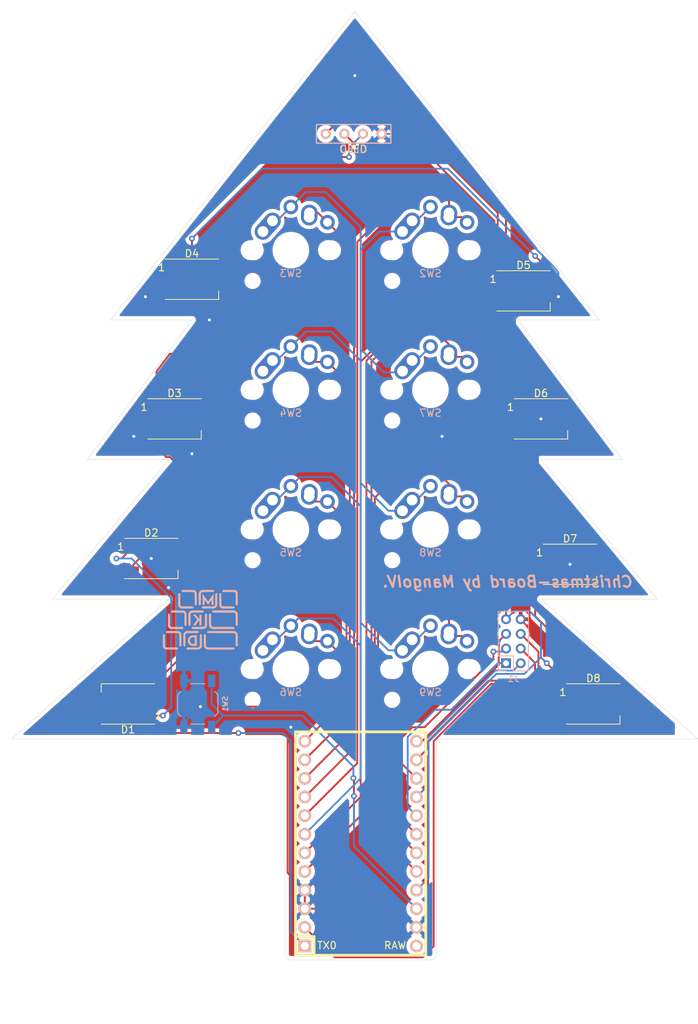
<source format=kicad_pcb>
(kicad_pcb (version 20171130) (host pcbnew 5.1.12)
  (layers (0 F.Cu signal) (31 B.Cu signal) (34 B.Paste user) (35 F.Paste user) (36 B.SilkS user) (37 F.SilkS user) (38 B.Mask user) (39 F.Mask user) (44 Edge.Cuts user))
  (net 0 "")
  (net 1 power)
  (net 2 "Net-(D1-Pad2)")
  (net 3 leds)
  (net 4 ground)
  (net 5 "Net-(D2-Pad2)")
  (net 6 "Net-(D3-Pad2)")
  (net 7 "Net-(D4-Pad2)")
  (net 8 "Net-(D5-Pad2)")
  (net 9 "Net-(D6-Pad2)")
  (net 10 rx1)
  (net 11 "Net-(J1-Pad5)")
  (net 12 "Net-(J1-Pad4)")
  (net 13 "Net-(J1-Pad3)")
  (net 14 "Net-(J1-Pad2)")
  (net 15 "Net-(J1-Pad1)")
  (net 16 scl)
  (net 17 sda)
  (net 18 reset)
  (net 19 row0)
  (net 20 col0)
  (net 21 col1)
  (net 22 col2)
  (net 23 col3)
  (net 24 col4)
  (net 25 col5)
  (net 26 col6)
  (net 27 col7)
  (net 28 "Net-(U1-Pad24)")
  (net 29 "Net-(D7-Pad2)")
  (net 30 "Net-(D8-Pad2)")
  (module graphics:mkd_logo_silk (layer B.Cu) (at 124.968 98.044 180)
    (fp_text reference G*** hide)
    (fp_text value LOGO hide)
  )
  (module graphics:mkd-logo (layer B.Cu) (at 123.444 88.392 180)
    (fp_text reference G*** hide)
    (fp_text value LOGO hide)
  )
  (module graphics:40sLogo (layer B.Cu) (at 147.32 125.73 180)
    (fp_text reference G*** hide)
    (fp_text value LOGO hide)
  )
  (module LED_SMD:LED_WS2812B_PLCC4_5.0x5.0mm_P3.2mm (layer F.Cu) (at 178.59375 109.5375)
    (fp_text reference D8 (at 0 -3.5) (layer F.SilkS))
    (fp_text value WS2812B)
    (fp_text user 1 (at -4.15 -1.6) (layer F.SilkS))
    (pad 1 smd rect (at -2.45 -1.6) (size 1.5 1) (layers F.Cu F.Paste F.Mask) (net 1 power))
    (pad 2 smd rect (at -2.45 1.6) (size 1.5 1) (layers F.Cu F.Paste F.Mask) (net 30 "Net-(D8-Pad2)"))
    (pad 4 smd rect (at 2.45 -1.6) (size 1.5 1) (layers F.Cu F.Paste F.Mask) (net 29 "Net-(D7-Pad2)"))
    (pad 3 smd rect (at 2.45 1.6) (size 1.5 1) (layers F.Cu F.Paste F.Mask) (net 4 ground))
  )
  (module LED_SMD:LED_WS2812B_PLCC4_5.0x5.0mm_P3.2mm (layer F.Cu) (at 175.41875 90.4875)
    (fp_text reference D7 (at 0 -3.5) (layer F.SilkS))
    (fp_text value WS2812B)
    (fp_text user 1 (at -4.15 -1.6) (layer F.SilkS))
    (pad 1 smd rect (at -2.45 -1.6) (size 1.5 1) (layers F.Cu F.Paste F.Mask) (net 1 power))
    (pad 2 smd rect (at -2.45 1.6) (size 1.5 1) (layers F.Cu F.Paste F.Mask) (net 29 "Net-(D7-Pad2)"))
    (pad 4 smd rect (at 2.45 -1.6) (size 1.5 1) (layers F.Cu F.Paste F.Mask) (net 9 "Net-(D6-Pad2)"))
    (pad 3 smd rect (at 2.45 1.6) (size 1.5 1) (layers F.Cu F.Paste F.Mask) (net 4 ground))
  )
  (module Keebio-Parts:ArduinoProMicro-BackSide (layer B.Cu) (at 146.84375 128.5875 90)
    (fp_text reference U1 hide)
    (fp_text value ProMicro hide)
    (fp_text user RAW (at -13.9 4.7) (layer F.SilkS))
    (fp_text user TX0 (at -13.9 -4.6) (layer F.SilkS))
    (pad 24 thru_hole circle (at -13.97 7.62 90) (size 1.7526 1.7526) (drill 1.0922) (layers *.Cu *.SilkS *.Mask) (net 28 "Net-(U1-Pad24)"))
    (pad 12 thru_hole circle (at 13.97 -7.62 90) (size 1.7526 1.7526) (drill 1.0922) (layers *.Cu *.SilkS *.Mask) (net 24 col4))
    (pad 23 thru_hole circle (at -11.43 7.62 90) (size 1.7526 1.7526) (drill 1.0922) (layers *.Cu *.SilkS *.Mask) (net 4 ground))
    (pad 22 thru_hole circle (at -8.89 7.62 90) (size 1.7526 1.7526) (drill 1.0922) (layers *.Cu *.SilkS *.Mask) (net 18 reset))
    (pad 21 thru_hole circle (at -6.35 7.62 90) (size 1.7526 1.7526) (drill 1.0922) (layers *.Cu *.SilkS *.Mask) (net 1 power))
    (pad 20 thru_hole circle (at -3.81 7.62 90) (size 1.7526 1.7526) (drill 1.0922) (layers *.Cu *.SilkS *.Mask) (net 25 col5))
    (pad 19 thru_hole circle (at -1.27 7.62 90) (size 1.7526 1.7526) (drill 1.0922) (layers *.Cu *.SilkS *.Mask) (net 26 col6))
    (pad 18 thru_hole circle (at 1.27 7.62 90) (size 1.7526 1.7526) (drill 1.0922) (layers *.Cu *.SilkS *.Mask) (net 27 col7))
    (pad 17 thru_hole circle (at 3.81 7.62 90) (size 1.7526 1.7526) (drill 1.0922) (layers *.Cu *.SilkS *.Mask) (net 15 "Net-(J1-Pad1)"))
    (pad 16 thru_hole circle (at 6.35 7.62 90) (size 1.7526 1.7526) (drill 1.0922) (layers *.Cu *.SilkS *.Mask) (net 14 "Net-(J1-Pad2)"))
    (pad 15 thru_hole circle (at 8.89 7.62 90) (size 1.7526 1.7526) (drill 1.0922) (layers *.Cu *.SilkS *.Mask) (net 13 "Net-(J1-Pad3)"))
    (pad 14 thru_hole circle (at 11.43 7.62 90) (size 1.7526 1.7526) (drill 1.0922) (layers *.Cu *.SilkS *.Mask) (net 12 "Net-(J1-Pad4)"))
    (pad 13 thru_hole circle (at 13.97 7.62 90) (size 1.7526 1.7526) (drill 1.0922) (layers *.Cu *.SilkS *.Mask) (net 11 "Net-(J1-Pad5)"))
    (pad 11 thru_hole circle (at 11.43 -7.62 90) (size 1.7526 1.7526) (drill 1.0922) (layers *.Cu *.SilkS *.Mask) (net 23 col3))
    (pad 10 thru_hole circle (at 8.89 -7.62 90) (size 1.7526 1.7526) (drill 1.0922) (layers *.Cu *.SilkS *.Mask) (net 22 col2))
    (pad 9 thru_hole circle (at 6.35 -7.62 90) (size 1.7526 1.7526) (drill 1.0922) (layers *.Cu *.SilkS *.Mask) (net 21 col1))
    (pad 8 thru_hole circle (at 3.81 -7.62 90) (size 1.7526 1.7526) (drill 1.0922) (layers *.Cu *.SilkS *.Mask) (net 20 col0))
    (pad 7 thru_hole circle (at 1.27 -7.62 90) (size 1.7526 1.7526) (drill 1.0922) (layers *.Cu *.SilkS *.Mask) (net 19 row0))
    (pad 6 thru_hole circle (at -1.27 -7.62 90) (size 1.7526 1.7526) (drill 1.0922) (layers *.Cu *.SilkS *.Mask) (net 16 scl))
    (pad 5 thru_hole circle (at -3.81 -7.62 90) (size 1.7526 1.7526) (drill 1.0922) (layers *.Cu *.SilkS *.Mask) (net 17 sda))
    (pad 4 thru_hole circle (at -6.35 -7.62 90) (size 1.7526 1.7526) (drill 1.0922) (layers *.Cu *.SilkS *.Mask) (net 4 ground))
    (pad 3 thru_hole circle (at -8.89 -7.62 90) (size 1.7526 1.7526) (drill 1.0922) (layers *.Cu *.SilkS *.Mask) (net 4 ground))
    (pad 2 thru_hole circle (at -11.43 -7.62 90) (size 1.7526 1.7526) (drill 1.0922) (layers *.Cu *.SilkS *.Mask) (net 10 rx1))
    (pad 1 thru_hole rect (at -13.97 -7.62 90) (size 1.7526 1.7526) (drill 1.0922) (layers *.Cu *.SilkS *.Mask) (net 3 leds))
  )
  (module Keebio-Parts:MX-Alps-Choc-1U-NoLED (layer F.Cu) (at 156.36875 104.775)
    (fp_text reference SW9 (at 0 3.175) (layer B.SilkS) (effects (justify mirror)))
    (fp_text value SW_Push)
    (pad "" np_thru_hole circle (at -5.22 4.2 48.1) (size 1.2 1.2) (drill 1.2) (layers *.Cu *.Mask))
    (pad "" np_thru_hole circle (at 5.5 0 48.1) (size 1.7 1.7) (drill 1.7) (layers *.Cu *.Mask))
    (pad "" np_thru_hole circle (at -5.5 0 48.1) (size 1.7 1.7) (drill 1.7) (layers *.Cu *.Mask))
    (pad 2 thru_hole circle (at 0 -5.9) (size 2 2) (drill 1.2) (layers *.Cu *.Mask) (net 19 row0))
    (pad 1 thru_hole circle (at 5 -3.8) (size 2 2) (drill 1.2) (layers *.Cu *.Mask) (net 27 col7))
    (pad "" np_thru_hole circle (at 5.08 0 48.0996) (size 1.75 1.75) (drill 1.75) (layers *.Cu *.Mask))
    (pad "" np_thru_hole circle (at -5.08 0 48.0996) (size 1.75 1.75) (drill 1.75) (layers *.Cu *.Mask))
    (pad 2 thru_hole circle (at -2.5 -4) (size 2.25 2.25) (drill 1.47) (layers *.Cu *.Mask) (net 19 row0))
    (pad "" np_thru_hole circle (at 0 0) (size 3.9878 3.9878) (drill 3.9878) (layers *.Cu *.Mask))
    (pad 2 thru_hole oval (at -3.81 -2.54 48.1) (size 4.211556 2.25) (drill 1.47 (offset 0.980778 0)) (layers *.Cu *.Mask) (net 19 row0))
    (pad 1 thru_hole circle (at 2.54 -5.08) (size 2.25 2.25) (drill 1.47) (layers *.Cu *.Mask) (net 27 col7))
    (pad 1 thru_hole oval (at 2.5 -4.5 86.1) (size 2.831378 2.25) (drill 1.47 (offset 0.290689 0)) (layers *.Cu *.Mask) (net 27 col7))
  )
  (module Keebio-Parts:MX-Alps-Choc-1U-NoLED (layer F.Cu) (at 156.36875 85.725)
    (fp_text reference SW8 (at 0 3.175) (layer B.SilkS) (effects (justify mirror)))
    (fp_text value SW_Push)
    (pad "" np_thru_hole circle (at -5.22 4.2 48.1) (size 1.2 1.2) (drill 1.2) (layers *.Cu *.Mask))
    (pad "" np_thru_hole circle (at 5.5 0 48.1) (size 1.7 1.7) (drill 1.7) (layers *.Cu *.Mask))
    (pad "" np_thru_hole circle (at -5.5 0 48.1) (size 1.7 1.7) (drill 1.7) (layers *.Cu *.Mask))
    (pad 2 thru_hole circle (at 0 -5.9) (size 2 2) (drill 1.2) (layers *.Cu *.Mask) (net 19 row0))
    (pad 1 thru_hole circle (at 5 -3.8) (size 2 2) (drill 1.2) (layers *.Cu *.Mask) (net 26 col6))
    (pad "" np_thru_hole circle (at 5.08 0 48.0996) (size 1.75 1.75) (drill 1.75) (layers *.Cu *.Mask))
    (pad "" np_thru_hole circle (at -5.08 0 48.0996) (size 1.75 1.75) (drill 1.75) (layers *.Cu *.Mask))
    (pad 2 thru_hole circle (at -2.5 -4) (size 2.25 2.25) (drill 1.47) (layers *.Cu *.Mask) (net 19 row0))
    (pad "" np_thru_hole circle (at 0 0) (size 3.9878 3.9878) (drill 3.9878) (layers *.Cu *.Mask))
    (pad 2 thru_hole oval (at -3.81 -2.54 48.1) (size 4.211556 2.25) (drill 1.47 (offset 0.980778 0)) (layers *.Cu *.Mask) (net 19 row0))
    (pad 1 thru_hole circle (at 2.54 -5.08) (size 2.25 2.25) (drill 1.47) (layers *.Cu *.Mask) (net 26 col6))
    (pad 1 thru_hole oval (at 2.5 -4.5 86.1) (size 2.831378 2.25) (drill 1.47 (offset 0.290689 0)) (layers *.Cu *.Mask) (net 26 col6))
  )
  (module Keebio-Parts:MX-Alps-Choc-1U-NoLED (layer F.Cu) (at 156.36875 66.675)
    (fp_text reference SW7 (at 0 3.175) (layer B.SilkS) (effects (justify mirror)))
    (fp_text value SW_Push)
    (pad "" np_thru_hole circle (at -5.22 4.2 48.1) (size 1.2 1.2) (drill 1.2) (layers *.Cu *.Mask))
    (pad "" np_thru_hole circle (at 5.5 0 48.1) (size 1.7 1.7) (drill 1.7) (layers *.Cu *.Mask))
    (pad "" np_thru_hole circle (at -5.5 0 48.1) (size 1.7 1.7) (drill 1.7) (layers *.Cu *.Mask))
    (pad 2 thru_hole circle (at 0 -5.9) (size 2 2) (drill 1.2) (layers *.Cu *.Mask) (net 19 row0))
    (pad 1 thru_hole circle (at 5 -3.8) (size 2 2) (drill 1.2) (layers *.Cu *.Mask) (net 25 col5))
    (pad "" np_thru_hole circle (at 5.08 0 48.0996) (size 1.75 1.75) (drill 1.75) (layers *.Cu *.Mask))
    (pad "" np_thru_hole circle (at -5.08 0 48.0996) (size 1.75 1.75) (drill 1.75) (layers *.Cu *.Mask))
    (pad 2 thru_hole circle (at -2.5 -4) (size 2.25 2.25) (drill 1.47) (layers *.Cu *.Mask) (net 19 row0))
    (pad "" np_thru_hole circle (at 0 0) (size 3.9878 3.9878) (drill 3.9878) (layers *.Cu *.Mask))
    (pad 2 thru_hole oval (at -3.81 -2.54 48.1) (size 4.211556 2.25) (drill 1.47 (offset 0.980778 0)) (layers *.Cu *.Mask) (net 19 row0))
    (pad 1 thru_hole circle (at 2.54 -5.08) (size 2.25 2.25) (drill 1.47) (layers *.Cu *.Mask) (net 25 col5))
    (pad 1 thru_hole oval (at 2.5 -4.5 86.1) (size 2.831378 2.25) (drill 1.47 (offset 0.290689 0)) (layers *.Cu *.Mask) (net 25 col5))
  )
  (module Keebio-Parts:MX-Alps-Choc-1U-NoLED (layer F.Cu) (at 137.31875 104.775)
    (fp_text reference SW6 (at 0 3.175) (layer B.SilkS) (effects (justify mirror)))
    (fp_text value SW_Push)
    (pad "" np_thru_hole circle (at -5.22 4.2 48.1) (size 1.2 1.2) (drill 1.2) (layers *.Cu *.Mask))
    (pad "" np_thru_hole circle (at 5.5 0 48.1) (size 1.7 1.7) (drill 1.7) (layers *.Cu *.Mask))
    (pad "" np_thru_hole circle (at -5.5 0 48.1) (size 1.7 1.7) (drill 1.7) (layers *.Cu *.Mask))
    (pad 2 thru_hole circle (at 0 -5.9) (size 2 2) (drill 1.2) (layers *.Cu *.Mask) (net 19 row0))
    (pad 1 thru_hole circle (at 5 -3.8) (size 2 2) (drill 1.2) (layers *.Cu *.Mask) (net 24 col4))
    (pad "" np_thru_hole circle (at 5.08 0 48.0996) (size 1.75 1.75) (drill 1.75) (layers *.Cu *.Mask))
    (pad "" np_thru_hole circle (at -5.08 0 48.0996) (size 1.75 1.75) (drill 1.75) (layers *.Cu *.Mask))
    (pad 2 thru_hole circle (at -2.5 -4) (size 2.25 2.25) (drill 1.47) (layers *.Cu *.Mask) (net 19 row0))
    (pad "" np_thru_hole circle (at 0 0) (size 3.9878 3.9878) (drill 3.9878) (layers *.Cu *.Mask))
    (pad 2 thru_hole oval (at -3.81 -2.54 48.1) (size 4.211556 2.25) (drill 1.47 (offset 0.980778 0)) (layers *.Cu *.Mask) (net 19 row0))
    (pad 1 thru_hole circle (at 2.54 -5.08) (size 2.25 2.25) (drill 1.47) (layers *.Cu *.Mask) (net 24 col4))
    (pad 1 thru_hole oval (at 2.5 -4.5 86.1) (size 2.831378 2.25) (drill 1.47 (offset 0.290689 0)) (layers *.Cu *.Mask) (net 24 col4))
  )
  (module Keebio-Parts:MX-Alps-Choc-1U-NoLED (layer F.Cu) (at 137.31875 85.725)
    (fp_text reference SW5 (at 0 3.175) (layer B.SilkS) (effects (justify mirror)))
    (fp_text value SW_Push)
    (pad "" np_thru_hole circle (at -5.22 4.2 48.1) (size 1.2 1.2) (drill 1.2) (layers *.Cu *.Mask))
    (pad "" np_thru_hole circle (at 5.5 0 48.1) (size 1.7 1.7) (drill 1.7) (layers *.Cu *.Mask))
    (pad "" np_thru_hole circle (at -5.5 0 48.1) (size 1.7 1.7) (drill 1.7) (layers *.Cu *.Mask))
    (pad 2 thru_hole circle (at 0 -5.9) (size 2 2) (drill 1.2) (layers *.Cu *.Mask) (net 19 row0))
    (pad 1 thru_hole circle (at 5 -3.8) (size 2 2) (drill 1.2) (layers *.Cu *.Mask) (net 23 col3))
    (pad "" np_thru_hole circle (at 5.08 0 48.0996) (size 1.75 1.75) (drill 1.75) (layers *.Cu *.Mask))
    (pad "" np_thru_hole circle (at -5.08 0 48.0996) (size 1.75 1.75) (drill 1.75) (layers *.Cu *.Mask))
    (pad 2 thru_hole circle (at -2.5 -4) (size 2.25 2.25) (drill 1.47) (layers *.Cu *.Mask) (net 19 row0))
    (pad "" np_thru_hole circle (at 0 0) (size 3.9878 3.9878) (drill 3.9878) (layers *.Cu *.Mask))
    (pad 2 thru_hole oval (at -3.81 -2.54 48.1) (size 4.211556 2.25) (drill 1.47 (offset 0.980778 0)) (layers *.Cu *.Mask) (net 19 row0))
    (pad 1 thru_hole circle (at 2.54 -5.08) (size 2.25 2.25) (drill 1.47) (layers *.Cu *.Mask) (net 23 col3))
    (pad 1 thru_hole oval (at 2.5 -4.5 86.1) (size 2.831378 2.25) (drill 1.47 (offset 0.290689 0)) (layers *.Cu *.Mask) (net 23 col3))
  )
  (module Keebio-Parts:MX-Alps-Choc-1U-NoLED (layer F.Cu) (at 137.31875 66.675)
    (fp_text reference SW4 (at 0 3.175) (layer B.SilkS) (effects (justify mirror)))
    (fp_text value SW_Push)
    (pad "" np_thru_hole circle (at -5.22 4.2 48.1) (size 1.2 1.2) (drill 1.2) (layers *.Cu *.Mask))
    (pad "" np_thru_hole circle (at 5.5 0 48.1) (size 1.7 1.7) (drill 1.7) (layers *.Cu *.Mask))
    (pad "" np_thru_hole circle (at -5.5 0 48.1) (size 1.7 1.7) (drill 1.7) (layers *.Cu *.Mask))
    (pad 2 thru_hole circle (at 0 -5.9) (size 2 2) (drill 1.2) (layers *.Cu *.Mask) (net 19 row0))
    (pad 1 thru_hole circle (at 5 -3.8) (size 2 2) (drill 1.2) (layers *.Cu *.Mask) (net 22 col2))
    (pad "" np_thru_hole circle (at 5.08 0 48.0996) (size 1.75 1.75) (drill 1.75) (layers *.Cu *.Mask))
    (pad "" np_thru_hole circle (at -5.08 0 48.0996) (size 1.75 1.75) (drill 1.75) (layers *.Cu *.Mask))
    (pad 2 thru_hole circle (at -2.5 -4) (size 2.25 2.25) (drill 1.47) (layers *.Cu *.Mask) (net 19 row0))
    (pad "" np_thru_hole circle (at 0 0) (size 3.9878 3.9878) (drill 3.9878) (layers *.Cu *.Mask))
    (pad 2 thru_hole oval (at -3.81 -2.54 48.1) (size 4.211556 2.25) (drill 1.47 (offset 0.980778 0)) (layers *.Cu *.Mask) (net 19 row0))
    (pad 1 thru_hole circle (at 2.54 -5.08) (size 2.25 2.25) (drill 1.47) (layers *.Cu *.Mask) (net 22 col2))
    (pad 1 thru_hole oval (at 2.5 -4.5 86.1) (size 2.831378 2.25) (drill 1.47 (offset 0.290689 0)) (layers *.Cu *.Mask) (net 22 col2))
  )
  (module Keebio-Parts:MX-Alps-Choc-1U-NoLED (layer F.Cu) (at 137.31875 47.625)
    (fp_text reference SW3 (at 0 3.175) (layer B.SilkS) (effects (justify mirror)))
    (fp_text value SW_Push)
    (pad "" np_thru_hole circle (at -5.22 4.2 48.1) (size 1.2 1.2) (drill 1.2) (layers *.Cu *.Mask))
    (pad "" np_thru_hole circle (at 5.5 0 48.1) (size 1.7 1.7) (drill 1.7) (layers *.Cu *.Mask))
    (pad "" np_thru_hole circle (at -5.5 0 48.1) (size 1.7 1.7) (drill 1.7) (layers *.Cu *.Mask))
    (pad 2 thru_hole circle (at 0 -5.9) (size 2 2) (drill 1.2) (layers *.Cu *.Mask) (net 19 row0))
    (pad 1 thru_hole circle (at 5 -3.8) (size 2 2) (drill 1.2) (layers *.Cu *.Mask) (net 21 col1))
    (pad "" np_thru_hole circle (at 5.08 0 48.0996) (size 1.75 1.75) (drill 1.75) (layers *.Cu *.Mask))
    (pad "" np_thru_hole circle (at -5.08 0 48.0996) (size 1.75 1.75) (drill 1.75) (layers *.Cu *.Mask))
    (pad 2 thru_hole circle (at -2.5 -4) (size 2.25 2.25) (drill 1.47) (layers *.Cu *.Mask) (net 19 row0))
    (pad "" np_thru_hole circle (at 0 0) (size 3.9878 3.9878) (drill 3.9878) (layers *.Cu *.Mask))
    (pad 2 thru_hole oval (at -3.81 -2.54 48.1) (size 4.211556 2.25) (drill 1.47 (offset 0.980778 0)) (layers *.Cu *.Mask) (net 19 row0))
    (pad 1 thru_hole circle (at 2.54 -5.08) (size 2.25 2.25) (drill 1.47) (layers *.Cu *.Mask) (net 21 col1))
    (pad 1 thru_hole oval (at 2.5 -4.5 86.1) (size 2.831378 2.25) (drill 1.47 (offset 0.290689 0)) (layers *.Cu *.Mask) (net 21 col1))
  )
  (module Keebio-Parts:MX-Alps-Choc-1U-NoLED (layer F.Cu) (at 156.36875 47.625)
    (fp_text reference SW2 (at 0 3.175) (layer B.SilkS) (effects (justify mirror)))
    (fp_text value SW_Push)
    (pad "" np_thru_hole circle (at -5.22 4.2 48.1) (size 1.2 1.2) (drill 1.2) (layers *.Cu *.Mask))
    (pad "" np_thru_hole circle (at 5.5 0 48.1) (size 1.7 1.7) (drill 1.7) (layers *.Cu *.Mask))
    (pad "" np_thru_hole circle (at -5.5 0 48.1) (size 1.7 1.7) (drill 1.7) (layers *.Cu *.Mask))
    (pad 2 thru_hole circle (at 0 -5.9) (size 2 2) (drill 1.2) (layers *.Cu *.Mask) (net 19 row0))
    (pad 1 thru_hole circle (at 5 -3.8) (size 2 2) (drill 1.2) (layers *.Cu *.Mask) (net 20 col0))
    (pad "" np_thru_hole circle (at 5.08 0 48.0996) (size 1.75 1.75) (drill 1.75) (layers *.Cu *.Mask))
    (pad "" np_thru_hole circle (at -5.08 0 48.0996) (size 1.75 1.75) (drill 1.75) (layers *.Cu *.Mask))
    (pad 2 thru_hole circle (at -2.5 -4) (size 2.25 2.25) (drill 1.47) (layers *.Cu *.Mask) (net 19 row0))
    (pad "" np_thru_hole circle (at 0 0) (size 3.9878 3.9878) (drill 3.9878) (layers *.Cu *.Mask))
    (pad 2 thru_hole oval (at -3.81 -2.54 48.1) (size 4.211556 2.25) (drill 1.47 (offset 0.980778 0)) (layers *.Cu *.Mask) (net 19 row0))
    (pad 1 thru_hole circle (at 2.54 -5.08) (size 2.25 2.25) (drill 1.47) (layers *.Cu *.Mask) (net 20 col0))
    (pad 1 thru_hole oval (at 2.5 -4.5 86.1) (size 2.831378 2.25) (drill 1.47 (offset 0.290689 0)) (layers *.Cu *.Mask) (net 20 col0))
  )
  (module Keebio-Parts:SW_SPST_TL3342 (layer B.Cu) (at 124.61875 109.5375 90)
    (fp_text reference SW1 (at 0 3.75 90) (layer B.SilkS) (effects (font (size 0.7 0.7)) (justify mirror)))
    (fp_text value SW_Push)
    (pad 1 smd rect (at -3.15 1.9 90) (size 1.7 1) (layers B.Cu B.Paste B.Mask) (net 18 reset))
    (pad 1 smd rect (at 3.15 1.9 90) (size 1.7 1) (layers B.Cu B.Paste B.Mask) (net 18 reset))
    (pad 2 smd rect (at -3.15 -1.9 90) (size 1.7 1) (layers B.Cu B.Paste B.Mask) (net 4 ground))
    (pad 2 smd rect (at 3.15 -1.9 90) (size 1.7 1) (layers B.Cu B.Paste B.Mask) (net 4 ground))
  )
  (module kbd:OLED (layer B.Cu) (at 142.08125 31.75)
    (fp_text reference J2)
    (fp_text value Conn_01x04 hide)
    (fp_text user OLED (at 3.75 2.1) (layer F.SilkS))
    (fp_text user OLED (at 3.8 2.1) (layer B.SilkS) (effects (justify mirror)))
    (pad 4 thru_hole circle (at 7.62 0) (size 1.397 1.397) (drill 0.8128) (layers *.Cu *.Mask B.SilkS) (net 4 ground))
    (pad 3 thru_hole circle (at 5.08 0) (size 1.397 1.397) (drill 0.8128) (layers *.Cu *.Mask B.SilkS) (net 1 power))
    (pad 2 thru_hole circle (at 2.54 0) (size 1.397 1.397) (drill 0.8128) (layers *.Cu *.Mask B.SilkS) (net 16 scl))
    (pad 1 thru_hole circle (at 0 0) (size 1.397 1.397) (drill 0.8128) (layers *.Cu *.Mask B.SilkS) (net 17 sda))
  )
  (module Connector_PinHeader_2.00mm:PinHeader_2x04_P2.00mm_Vertical (layer B.Cu) (at 166.6875 103.98125)
    (fp_text reference J1 (at 1 2.06) (layer B.SilkS) (effects (justify mirror)))
    (fp_text value Conn_01x08)
    (pad 8 thru_hole oval (at 2 -6) (size 1.35 1.35) (drill 0.8) (layers *.Cu *.Mask) (net 4 ground))
    (pad 7 thru_hole oval (at 0 -6) (size 1.35 1.35) (drill 0.8) (layers *.Cu *.Mask) (net 1 power))
    (pad 6 thru_hole oval (at 2 -4) (size 1.35 1.35) (drill 0.8) (layers *.Cu *.Mask) (net 10 rx1))
    (pad 5 thru_hole oval (at 0 -4) (size 1.35 1.35) (drill 0.8) (layers *.Cu *.Mask) (net 11 "Net-(J1-Pad5)"))
    (pad 4 thru_hole oval (at 2 -2) (size 1.35 1.35) (drill 0.8) (layers *.Cu *.Mask) (net 12 "Net-(J1-Pad4)"))
    (pad 3 thru_hole oval (at 0 -2) (size 1.35 1.35) (drill 0.8) (layers *.Cu *.Mask) (net 13 "Net-(J1-Pad3)"))
    (pad 2 thru_hole oval (at 2 0) (size 1.35 1.35) (drill 0.8) (layers *.Cu *.Mask) (net 14 "Net-(J1-Pad2)"))
    (pad 1 thru_hole rect (at 0 0) (size 1.35 1.35) (drill 0.8) (layers *.Cu *.Mask) (net 15 "Net-(J1-Pad1)"))
  )
  (module LED_SMD:LED_WS2812B_PLCC4_5.0x5.0mm_P3.2mm (layer F.Cu) (at 171.45 70.64375)
    (fp_text reference D6 (at 0 -3.5) (layer F.SilkS))
    (fp_text value WS2812B)
    (fp_text user 1 (at -4.15 -1.6) (layer F.SilkS))
    (pad 1 smd rect (at -2.45 -1.6) (size 1.5 1) (layers F.Cu F.Paste F.Mask) (net 1 power))
    (pad 2 smd rect (at -2.45 1.6) (size 1.5 1) (layers F.Cu F.Paste F.Mask) (net 9 "Net-(D6-Pad2)"))
    (pad 4 smd rect (at 2.45 -1.6) (size 1.5 1) (layers F.Cu F.Paste F.Mask) (net 8 "Net-(D5-Pad2)"))
    (pad 3 smd rect (at 2.45 1.6) (size 1.5 1) (layers F.Cu F.Paste F.Mask) (net 4 ground))
  )
  (module LED_SMD:LED_WS2812B_PLCC4_5.0x5.0mm_P3.2mm (layer F.Cu) (at 169.06875 53.18125)
    (fp_text reference D5 (at 0 -3.5) (layer F.SilkS))
    (fp_text value WS2812B)
    (fp_text user 1 (at -4.15 -1.6) (layer F.SilkS))
    (pad 1 smd rect (at -2.45 -1.6) (size 1.5 1) (layers F.Cu F.Paste F.Mask) (net 1 power))
    (pad 2 smd rect (at -2.45 1.6) (size 1.5 1) (layers F.Cu F.Paste F.Mask) (net 8 "Net-(D5-Pad2)"))
    (pad 4 smd rect (at 2.45 -1.6) (size 1.5 1) (layers F.Cu F.Paste F.Mask) (net 7 "Net-(D4-Pad2)"))
    (pad 3 smd rect (at 2.45 1.6) (size 1.5 1) (layers F.Cu F.Paste F.Mask) (net 4 ground))
  )
  (module LED_SMD:LED_WS2812B_PLCC4_5.0x5.0mm_P3.2mm (layer F.Cu) (at 123.825 51.59375)
    (fp_text reference D4 (at 0 -3.5) (layer F.SilkS))
    (fp_text value WS2812B)
    (fp_text user 1 (at -4.15 -1.6) (layer F.SilkS))
    (pad 1 smd rect (at -2.45 -1.6) (size 1.5 1) (layers F.Cu F.Paste F.Mask) (net 1 power))
    (pad 2 smd rect (at -2.45 1.6) (size 1.5 1) (layers F.Cu F.Paste F.Mask) (net 7 "Net-(D4-Pad2)"))
    (pad 4 smd rect (at 2.45 -1.6) (size 1.5 1) (layers F.Cu F.Paste F.Mask) (net 6 "Net-(D3-Pad2)"))
    (pad 3 smd rect (at 2.45 1.6) (size 1.5 1) (layers F.Cu F.Paste F.Mask) (net 4 ground))
  )
  (module LED_SMD:LED_WS2812B_PLCC4_5.0x5.0mm_P3.2mm (layer F.Cu) (at 121.44375 70.64375)
    (fp_text reference D3 (at 0 -3.5) (layer F.SilkS))
    (fp_text value WS2812B)
    (fp_text user 1 (at -4.15 -1.6) (layer F.SilkS))
    (pad 1 smd rect (at -2.45 -1.6) (size 1.5 1) (layers F.Cu F.Paste F.Mask) (net 1 power))
    (pad 2 smd rect (at -2.45 1.6) (size 1.5 1) (layers F.Cu F.Paste F.Mask) (net 6 "Net-(D3-Pad2)"))
    (pad 4 smd rect (at 2.45 -1.6) (size 1.5 1) (layers F.Cu F.Paste F.Mask) (net 5 "Net-(D2-Pad2)"))
    (pad 3 smd rect (at 2.45 1.6) (size 1.5 1) (layers F.Cu F.Paste F.Mask) (net 4 ground))
  )
  (module LED_SMD:LED_WS2812B_PLCC4_5.0x5.0mm_P3.2mm (layer F.Cu) (at 118.26875 89.69375)
    (fp_text reference D2 (at 0 -3.5) (layer F.SilkS))
    (fp_text value WS2812B)
    (fp_text user 1 (at -4.15 -1.6) (layer F.SilkS))
    (pad 1 smd rect (at -2.45 -1.6) (size 1.5 1) (layers F.Cu F.Paste F.Mask) (net 1 power))
    (pad 2 smd rect (at -2.45 1.6) (size 1.5 1) (layers F.Cu F.Paste F.Mask) (net 5 "Net-(D2-Pad2)"))
    (pad 4 smd rect (at 2.45 -1.6) (size 1.5 1) (layers F.Cu F.Paste F.Mask) (net 2 "Net-(D1-Pad2)"))
    (pad 3 smd rect (at 2.45 1.6) (size 1.5 1) (layers F.Cu F.Paste F.Mask) (net 4 ground))
  )
  (module LED_SMD:LED_WS2812B_PLCC4_5.0x5.0mm_P3.2mm (layer F.Cu) (at 115.09375 109.5375 180)
    (fp_text reference D1 (at 0 -3.5) (layer F.SilkS))
    (fp_text value WS2812B)
    (fp_text user 1 (at -4.15 -1.6) (layer F.SilkS))
    (pad 1 smd rect (at -2.45 -1.6 180) (size 1.5 1) (layers F.Cu F.Paste F.Mask) (net 1 power))
    (pad 2 smd rect (at -2.45 1.6 180) (size 1.5 1) (layers F.Cu F.Paste F.Mask) (net 2 "Net-(D1-Pad2)"))
    (pad 4 smd rect (at 2.45 -1.6 180) (size 1.5 1) (layers F.Cu F.Paste F.Mask) (net 3 leds))
    (pad 3 smd rect (at 2.45 1.6 180) (size 1.5 1) (layers F.Cu F.Paste F.Mask) (net 4 ground))
  )
  (gr_text "Christmas-Board by MangoIV. " (at 166.37 92.86875) (layer B.SilkS) (effects (font (size 1.5 1.5) (thickness 0.3) italic) (justify mirror)))
  (gr_text " " (at 146.84375 143.66875 270) (layer B.SilkS) (effects (font (size 1 1) (thickness 0.25)) (justify left mirror)))
  (gr_arc (start 137.31875 143.66875) (end 136.525 143.66875) (angle -90) (layer Edge.Cuts) (width 0.05))
  (gr_arc (start 135.73125 115.09375) (end 136.525 115.09375) (angle -90) (layer Edge.Cuts) (width 0.05))
  (gr_arc (start 157.95625 115.09375) (end 157.95625 114.3) (angle -90) (layer Edge.Cuts) (width 0.05))
  (gr_arc (start 156.36875 143.66875) (end 156.36875 144.4625) (angle -90) (layer Edge.Cuts) (width 0.05))
  (gr_line (start 157.1625 143.66875) (end 157.1625 115.09375) (layer Edge.Cuts) (width 0.05))
  (gr_line (start 136.525 115.09375) (end 136.525 143.66875) (layer Edge.Cuts) (width 0.05))
  (gr_line (start 109.5375 76.2) (end 123.825 57.15) (layer Edge.Cuts) (width 0.05))
  (gr_line (start 135.73125 114.3) (end 99.21875 114.3) (layer Edge.Cuts) (width 0.05))
  (gr_line (start 99.21875 114.3) (end 120.65 95.25) (layer Edge.Cuts) (width 0.05))
  (gr_line (start 120.65 95.25) (end 104.775 95.25) (layer Edge.Cuts) (width 0.05))
  (gr_line (start 112.7125 57.15) (end 146.05 15.08125) (layer Edge.Cuts) (width 0.05))
  (gr_line (start 120.65 76.2) (end 109.5375 76.2) (layer Edge.Cuts) (width 0.05))
  (gr_line (start 123.825 57.15) (end 112.7125 57.15) (layer Edge.Cuts) (width 0.05))
  (gr_line (start 104.775 95.25) (end 120.65 76.2) (layer Edge.Cuts) (width 0.05))
  (gr_line (start 179.3875 57.15) (end 146.05 15.08125) (layer Edge.Cuts) (width 0.05))
  (gr_line (start 168.275 57.15) (end 179.3875 57.15) (layer Edge.Cuts) (width 0.05))
  (gr_line (start 182.5625 76.2) (end 168.275 57.15) (layer Edge.Cuts) (width 0.05))
  (gr_line (start 171.45 76.2) (end 182.5625 76.2) (layer Edge.Cuts) (width 0.05))
  (gr_line (start 187.325 95.25) (end 171.45 76.2) (layer Edge.Cuts) (width 0.05))
  (gr_line (start 171.45 95.25) (end 187.325 95.25) (layer Edge.Cuts) (width 0.05))
  (gr_line (start 192.88125 114.3) (end 171.45 95.25) (layer Edge.Cuts) (width 0.05))
  (gr_line (start 157.95625 114.3) (end 192.88125 114.3) (layer Edge.Cuts) (width 0.05))
  (gr_line (start 137.31875 144.4625) (end 156.36875 144.4625) (layer Edge.Cuts) (width 0.05))
  (segment (start 167.83125 96.8375) (end 166.6875 97.98125) (width 0.25) (layer B.Cu) (net 1))
  (segment (start 171.45 98.425) (end 169.8625 96.8375) (width 0.25) (layer B.Cu) (net 1))
  (segment (start 171.45 103.1875) (end 171.45 98.425) (width 0.25) (layer B.Cu) (net 1))
  (segment (start 169.8625 96.8375) (end 167.83125 96.8375) (width 0.25) (layer B.Cu) (net 1))
  (segment (start 169.206239 105.431261) (end 171.45 103.1875) (width 0.25) (layer B.Cu) (net 1))
  (segment (start 165.378911 105.431261) (end 169.206239 105.431261) (width 0.25) (layer B.Cu) (net 1))
  (segment (start 156.115061 114.695111) (end 165.378911 105.431261) (width 0.25) (layer B.Cu) (net 1))
  (segment (start 156.115061 133.286189) (end 156.115061 114.695111) (width 0.25) (layer B.Cu) (net 1))
  (segment (start 154.46375 134.9375) (end 156.115061 133.286189) (width 0.25) (layer B.Cu) (net 1))
  (via (at 172.24375 103.98125) (size 0.8) (drill 0.4) (layers F.Cu B.Cu) (net 1))
  (segment (start 176.14375 107.88125) (end 172.24375 103.98125) (width 0.25) (layer F.Cu) (net 1))
  (segment (start 176.14375 107.9375) (end 176.14375 107.88125) (width 0.25) (layer F.Cu) (net 1))
  (segment (start 172.24375 103.98125) (end 171.45 103.1875) (width 0.25) (layer B.Cu) (net 1))
  (via (at 119.85625 111.125) (size 0.8) (drill 0.4) (layers F.Cu B.Cu) (net 1))
  (segment (start 119.84375 111.1375) (end 119.85625 111.125) (width 0.25) (layer F.Cu) (net 1))
  (segment (start 117.54375 111.1375) (end 119.84375 111.1375) (width 0.25) (layer F.Cu) (net 1))
  (via (at 113.50625 89.69375) (size 0.8) (drill 0.4) (layers F.Cu B.Cu) (net 1))
  (segment (start 115.588738 89.69375) (end 113.50625 89.69375) (width 0.25) (layer B.Cu) (net 1))
  (segment (start 121.00001 95.105022) (end 115.588738 89.69375) (width 0.25) (layer B.Cu) (net 1))
  (segment (start 121.00001 109.98124) (end 121.00001 95.105022) (width 0.25) (layer B.Cu) (net 1))
  (segment (start 119.85625 111.125) (end 121.00001 109.98124) (width 0.25) (layer B.Cu) (net 1))
  (segment (start 114.21875 89.69375) (end 115.81875 88.09375) (width 0.25) (layer F.Cu) (net 1))
  (segment (start 113.50625 89.69375) (end 114.21875 89.69375) (width 0.25) (layer F.Cu) (net 1))
  (segment (start 121.44375 76.482232) (end 121.44375 82.46875) (width 0.25) (layer F.Cu) (net 1))
  (segment (start 120.811508 75.84999) (end 121.44375 76.482232) (width 0.25) (layer F.Cu) (net 1))
  (segment (start 120.299989 75.84999) (end 120.811508 75.84999) (width 0.25) (layer F.Cu) (net 1))
  (segment (start 117.475 73.025001) (end 120.299989 75.84999) (width 0.25) (layer F.Cu) (net 1))
  (segment (start 117.475 70.5625) (end 117.475 73.025001) (width 0.25) (layer F.Cu) (net 1))
  (segment (start 121.44375 82.46875) (end 115.81875 88.09375) (width 0.25) (layer F.Cu) (net 1))
  (segment (start 118.99375 69.04375) (end 117.475 70.5625) (width 0.25) (layer F.Cu) (net 1))
  (segment (start 119.85625 53.510002) (end 119.85625 51.5125) (width 0.25) (layer F.Cu) (net 1))
  (segment (start 121.114998 54.76875) (end 119.85625 53.510002) (width 0.25) (layer F.Cu) (net 1))
  (segment (start 124.61875 56.902506) (end 122.484994 54.76875) (width 0.25) (layer F.Cu) (net 1))
  (segment (start 124.61875 58.7375) (end 124.61875 56.902506) (width 0.25) (layer F.Cu) (net 1))
  (segment (start 121.606299 61.749951) (end 124.61875 58.7375) (width 0.25) (layer F.Cu) (net 1))
  (segment (start 119.85625 51.5125) (end 121.375 49.99375) (width 0.25) (layer F.Cu) (net 1))
  (segment (start 122.484994 54.76875) (end 121.114998 54.76875) (width 0.25) (layer F.Cu) (net 1))
  (segment (start 120.812549 61.749951) (end 121.606299 61.749951) (width 0.25) (layer F.Cu) (net 1))
  (segment (start 118.99375 64.175016) (end 120.812549 61.749951) (width 0.25) (layer F.Cu) (net 1))
  (segment (start 118.99375 69.04375) (end 118.99375 64.175016) (width 0.25) (layer F.Cu) (net 1))
  (via (at 145.25625 34.925) (size 0.8) (drill 0.4) (layers F.Cu B.Cu) (net 1))
  (segment (start 121.375 47.414498) (end 133.864498 34.925) (width 0.25) (layer F.Cu) (net 1))
  (segment (start 121.375 49.99375) (end 121.375 47.414498) (width 0.25) (layer F.Cu) (net 1))
  (segment (start 145.25625 33.655) (end 147.16125 31.75) (width 0.25) (layer B.Cu) (net 1))
  (segment (start 145.25625 34.925) (end 145.25625 33.655) (width 0.25) (layer B.Cu) (net 1))
  (segment (start 166.61875 51.58125) (end 166.675 51.58125) (width 0.25) (layer F.Cu) (net 1))
  (segment (start 140.94376 28.91874) (end 134.9375 34.925) (width 0.25) (layer F.Cu) (net 1))
  (segment (start 152.5864 28.91874) (end 140.94376 28.91874) (width 0.25) (layer F.Cu) (net 1))
  (segment (start 166.675 43.00734) (end 152.5864 28.91874) (width 0.25) (layer F.Cu) (net 1))
  (segment (start 166.675 51.58125) (end 166.675 43.00734) (width 0.25) (layer F.Cu) (net 1))
  (segment (start 134.9375 34.925) (end 145.25625 34.925) (width 0.25) (layer F.Cu) (net 1))
  (segment (start 133.864498 34.925) (end 134.9375 34.925) (width 0.25) (layer F.Cu) (net 1))
  (segment (start 165.1 65.14375) (end 165.1 53.1) (width 0.25) (layer F.Cu) (net 1))
  (segment (start 165.1 53.1) (end 166.61875 51.58125) (width 0.25) (layer F.Cu) (net 1))
  (segment (start 169 69.04375) (end 165.1 65.14375) (width 0.25) (layer F.Cu) (net 1))
  (segment (start 167.48125 83.4) (end 172.96875 88.8875) (width 0.25) (layer F.Cu) (net 1))
  (segment (start 167.48125 70.5625) (end 167.48125 83.4) (width 0.25) (layer F.Cu) (net 1))
  (segment (start 169 69.04375) (end 167.48125 70.5625) (width 0.25) (layer F.Cu) (net 1))
  (segment (start 166.6875 95.16875) (end 166.6875 97.98125) (width 0.25) (layer F.Cu) (net 1))
  (segment (start 172.96875 88.8875) (end 166.6875 95.16875) (width 0.25) (layer F.Cu) (net 1))
  (segment (start 122.2375 89.6125) (end 120.71875 88.09375) (width 0.25) (layer F.Cu) (net 2))
  (segment (start 122.2375 103.24375) (end 122.2375 89.6125) (width 0.25) (layer F.Cu) (net 2))
  (segment (start 117.54375 107.9375) (end 122.2375 103.24375) (width 0.25) (layer F.Cu) (net 2))
  (via (at 130.175 113.50625) (size 0.8) (drill 0.4) (layers F.Cu B.Cu) (net 3))
  (segment (start 115.0125 113.50625) (end 112.64375 111.1375) (width 0.25) (layer F.Cu) (net 3))
  (segment (start 130.175 113.50625) (end 115.0125 113.50625) (width 0.25) (layer F.Cu) (net 3))
  (segment (start 137.31875 114.598762) (end 136.226238 113.50625) (width 0.25) (layer B.Cu) (net 3))
  (segment (start 136.226238 113.50625) (end 130.175 113.50625) (width 0.25) (layer B.Cu) (net 3))
  (segment (start 137.31875 140.6525) (end 137.31875 114.598762) (width 0.25) (layer B.Cu) (net 3))
  (segment (start 139.22375 142.5575) (end 137.31875 140.6525) (width 0.25) (layer B.Cu) (net 3))
  (segment (start 139.22375 134.9375) (end 139.22375 137.4775) (width 0.25) (layer F.Cu) (net 4))
  (segment (start 122.71875 106.3875) (end 122.71875 112.6875) (width 0.25) (layer B.Cu) (net 4))
  (segment (start 114.606251 109.900001) (end 112.64375 107.9375) (width 0.25) (layer F.Cu) (net 4))
  (segment (start 136.87501 132.58876) (end 136.87501 114.155022) (width 0.25) (layer F.Cu) (net 4))
  (segment (start 136.87501 114.155022) (end 132.619989 109.900001) (width 0.25) (layer F.Cu) (net 4))
  (segment (start 139.22375 134.9375) (end 136.87501 132.58876) (width 0.25) (layer F.Cu) (net 4))
  (via (at 124.981251 109.900001) (size 0.8) (drill 0.4) (layers F.Cu B.Cu) (net 4))
  (segment (start 122.71875 112.6875) (end 122.71875 112.162502) (width 0.25) (layer B.Cu) (net 4))
  (segment (start 122.71875 112.162502) (end 124.981251 109.900001) (width 0.25) (layer B.Cu) (net 4))
  (segment (start 124.981251 109.900001) (end 114.606251 109.900001) (width 0.25) (layer F.Cu) (net 4))
  (segment (start 132.619989 109.900001) (end 124.981251 109.900001) (width 0.25) (layer F.Cu) (net 4))
  (via (at 120.65 93.6625) (size 0.8) (drill 0.4) (layers F.Cu B.Cu) (net 4))
  (segment (start 122.71875 95.73125) (end 120.65 93.6625) (width 0.25) (layer B.Cu) (net 4))
  (segment (start 122.71875 106.3875) (end 122.71875 95.73125) (width 0.25) (layer B.Cu) (net 4))
  (segment (start 120.65 91.3625) (end 120.71875 91.29375) (width 0.25) (layer F.Cu) (net 4))
  (segment (start 120.65 93.6625) (end 120.65 91.3625) (width 0.25) (layer F.Cu) (net 4))
  (segment (start 151.92375 137.4775) (end 154.46375 140.0175) (width 0.25) (layer F.Cu) (net 4))
  (segment (start 139.22375 137.4775) (end 151.92375 137.4775) (width 0.25) (layer F.Cu) (net 4))
  (via (at 118.26875 89.69375) (size 0.8) (drill 0.4) (layers F.Cu B.Cu) (net 4))
  (segment (start 119.86875 91.29375) (end 118.26875 89.69375) (width 0.25) (layer F.Cu) (net 4))
  (segment (start 120.71875 91.29375) (end 119.86875 91.29375) (width 0.25) (layer F.Cu) (net 4))
  (via (at 123.825 75.40625) (size 0.8) (drill 0.4) (layers F.Cu B.Cu) (net 4))
  (segment (start 123.825 84.1375) (end 123.825 75.40625) (width 0.25) (layer B.Cu) (net 4))
  (segment (start 118.26875 89.69375) (end 123.825 84.1375) (width 0.25) (layer B.Cu) (net 4))
  (segment (start 123.825 72.3125) (end 123.89375 72.24375) (width 0.25) (layer F.Cu) (net 4))
  (segment (start 123.825 75.40625) (end 123.825 72.3125) (width 0.25) (layer F.Cu) (net 4))
  (via (at 126.20625 57.15) (size 0.8) (drill 0.4) (layers F.Cu B.Cu) (net 4))
  (segment (start 123.825 59.53125) (end 126.20625 57.15) (width 0.25) (layer B.Cu) (net 4))
  (segment (start 123.825 75.40625) (end 123.825 59.53125) (width 0.25) (layer B.Cu) (net 4))
  (segment (start 126.20625 53.2625) (end 126.275 53.19375) (width 0.25) (layer F.Cu) (net 4))
  (segment (start 126.20625 57.15) (end 126.20625 53.2625) (width 0.25) (layer F.Cu) (net 4))
  (segment (start 147.32 29.36875) (end 149.70125 31.75) (width 0.25) (layer B.Cu) (net 4))
  (segment (start 139.420748 29.36875) (end 147.32 29.36875) (width 0.25) (layer B.Cu) (net 4))
  (segment (start 122.2375 46.551998) (end 139.420748 29.36875) (width 0.25) (layer B.Cu) (net 4))
  (segment (start 122.2375 53.18125) (end 122.2375 46.551998) (width 0.25) (layer B.Cu) (net 4))
  (segment (start 126.20625 57.15) (end 122.2375 53.18125) (width 0.25) (layer B.Cu) (net 4))
  (via (at 173.83125 53.975) (size 0.8) (drill 0.4) (layers F.Cu B.Cu) (net 4))
  (segment (start 173.83125 50.702089) (end 173.83125 53.975) (width 0.25) (layer B.Cu) (net 4))
  (segment (start 173.13886 49.828358) (end 173.83125 50.702089) (width 0.25) (layer B.Cu) (net 4))
  (segment (start 155.060502 31.75) (end 173.13886 49.828358) (width 0.25) (layer B.Cu) (net 4))
  (segment (start 149.70125 31.75) (end 155.060502 31.75) (width 0.25) (layer B.Cu) (net 4))
  (segment (start 172.325 53.975) (end 171.51875 54.78125) (width 0.25) (layer F.Cu) (net 4))
  (segment (start 173.83125 53.975) (end 172.325 53.975) (width 0.25) (layer F.Cu) (net 4))
  (via (at 171.45 70.64375) (size 0.8) (drill 0.4) (layers F.Cu B.Cu) (net 4))
  (segment (start 167.908006 67.101756) (end 171.45 70.64375) (width 0.25) (layer B.Cu) (net 4))
  (segment (start 167.908006 56.997984) (end 167.908006 67.101756) (width 0.25) (layer B.Cu) (net 4))
  (segment (start 170.93099 53.975) (end 167.908006 56.997984) (width 0.25) (layer B.Cu) (net 4))
  (segment (start 173.83125 53.975) (end 170.93099 53.975) (width 0.25) (layer B.Cu) (net 4))
  (segment (start 173.05 72.24375) (end 173.9 72.24375) (width 0.25) (layer F.Cu) (net 4))
  (segment (start 171.45 70.64375) (end 173.05 72.24375) (width 0.25) (layer F.Cu) (net 4))
  (via (at 175.41875 90.4875) (size 0.8) (drill 0.4) (layers F.Cu B.Cu) (net 4))
  (segment (start 171.050001 86.118751) (end 175.41875 90.4875) (width 0.25) (layer B.Cu) (net 4))
  (segment (start 171.050001 71.043749) (end 171.050001 86.118751) (width 0.25) (layer B.Cu) (net 4))
  (segment (start 171.45 70.64375) (end 171.050001 71.043749) (width 0.25) (layer B.Cu) (net 4))
  (segment (start 177.01875 92.0875) (end 177.86875 92.0875) (width 0.25) (layer F.Cu) (net 4))
  (segment (start 175.41875 90.4875) (end 177.01875 92.0875) (width 0.25) (layer F.Cu) (net 4))
  (segment (start 168.6875 94.533748) (end 168.6875 97.98125) (width 0.25) (layer F.Cu) (net 4))
  (segment (start 172.733748 90.4875) (end 168.6875 94.533748) (width 0.25) (layer F.Cu) (net 4))
  (segment (start 175.41875 90.4875) (end 172.733748 90.4875) (width 0.25) (layer F.Cu) (net 4))
  (segment (start 168.6875 98.03125) (end 168.6875 97.98125) (width 0.25) (layer F.Cu) (net 4))
  (segment (start 181.04375 110.3875) (end 168.6875 98.03125) (width 0.25) (layer F.Cu) (net 4))
  (segment (start 181.04375 111.1375) (end 181.04375 110.3875) (width 0.25) (layer F.Cu) (net 4))
  (via (at 146.05 23.8125) (size 0.8) (drill 0.4) (layers F.Cu B.Cu) (net 4))
  (via (at 157.95625 73.025) (size 0.8) (drill 0.4) (layers F.Cu B.Cu) (net 4))
  (via (at 137.31875 112.7125) (size 0.8) (drill 0.4) (layers F.Cu B.Cu) (net 4))
  (via (at 115.8875 73.025) (size 0.8) (drill 0.4) (layers F.Cu B.Cu) (net 4))
  (via (at 117.475 53.975) (size 0.8) (drill 0.4) (layers F.Cu B.Cu) (net 4))
  (segment (start 126.20625 71.35625) (end 123.89375 69.04375) (width 0.25) (layer F.Cu) (net 5))
  (segment (start 126.20625 80.15625) (end 126.20625 71.35625) (width 0.25) (layer F.Cu) (net 5))
  (segment (start 115.81875 90.54375) (end 126.20625 80.15625) (width 0.25) (layer F.Cu) (net 5))
  (segment (start 115.81875 91.29375) (end 115.81875 90.54375) (width 0.25) (layer F.Cu) (net 5))
  (segment (start 127.79375 51.5125) (end 126.275 49.99375) (width 0.25) (layer F.Cu) (net 6))
  (segment (start 127.79375 62.69375) (end 127.79375 51.5125) (width 0.25) (layer F.Cu) (net 6))
  (segment (start 118.99375 71.49375) (end 127.79375 62.69375) (width 0.25) (layer F.Cu) (net 6))
  (segment (start 118.99375 72.24375) (end 118.99375 71.49375) (width 0.25) (layer F.Cu) (net 6))
  (via (at 123.825 46.0375) (size 0.8) (drill 0.4) (layers F.Cu B.Cu) (net 7))
  (segment (start 123.825 50.74375) (end 123.825 46.0375) (width 0.25) (layer F.Cu) (net 7))
  (segment (start 121.375 53.19375) (end 123.825 50.74375) (width 0.25) (layer F.Cu) (net 7))
  (segment (start 123.825 46.0375) (end 133.35 36.5125) (width 0.25) (layer B.Cu) (net 7))
  (segment (start 133.35 36.5125) (end 158.75 36.5125) (width 0.25) (layer B.Cu) (net 7))
  (via (at 170.65625 48.41875) (size 0.8) (drill 0.4) (layers F.Cu B.Cu) (net 7))
  (segment (start 158.75 36.5125) (end 170.65625 48.41875) (width 0.25) (layer B.Cu) (net 7))
  (segment (start 171.51875 49.28125) (end 171.51875 51.58125) (width 0.25) (layer F.Cu) (net 7))
  (segment (start 170.65625 48.41875) (end 171.51875 49.28125) (width 0.25) (layer F.Cu) (net 7))
  (segment (start 166.61875 61.7625) (end 173.9 69.04375) (width 0.25) (layer F.Cu) (net 8))
  (segment (start 166.61875 54.78125) (end 166.61875 61.7625) (width 0.25) (layer F.Cu) (net 8))
  (segment (start 169 80.01875) (end 177.86875 88.8875) (width 0.25) (layer F.Cu) (net 9))
  (segment (start 169 72.24375) (end 169 80.01875) (width 0.25) (layer F.Cu) (net 9))
  (segment (start 171.10626 102.40001) (end 168.6875 99.98125) (width 0.25) (layer F.Cu) (net 10))
  (segment (start 171.10626 105.75515) (end 171.10626 102.40001) (width 0.25) (layer F.Cu) (net 10))
  (segment (start 170.048901 106.812509) (end 171.10626 105.75515) (width 0.25) (layer F.Cu) (net 10))
  (segment (start 156.81249 114.612983) (end 164.612963 106.81251) (width 0.25) (layer F.Cu) (net 10))
  (segment (start 156.81249 142.605848) (end 156.81249 114.612983) (width 0.25) (layer F.Cu) (net 10))
  (segment (start 164.612963 106.81251) (end 170.048901 106.812509) (width 0.25) (layer F.Cu) (net 10))
  (segment (start 155.305848 144.11249) (end 156.81249 142.605848) (width 0.25) (layer F.Cu) (net 10))
  (segment (start 143.31874 144.11249) (end 155.305848 144.11249) (width 0.25) (layer F.Cu) (net 10))
  (segment (start 139.22375 140.0175) (end 143.31874 144.11249) (width 0.25) (layer F.Cu) (net 10))
  (segment (start 165.687499 100.981251) (end 166.6875 99.98125) (width 0.25) (layer F.Cu) (net 11))
  (segment (start 165.687499 104.187501) (end 165.687499 100.981251) (width 0.25) (layer F.Cu) (net 11))
  (segment (start 155.2575 114.6175) (end 165.687499 104.187501) (width 0.25) (layer F.Cu) (net 11))
  (segment (start 154.46375 114.6175) (end 155.2575 114.6175) (width 0.25) (layer F.Cu) (net 11))
  (segment (start 170.65625 103.95) (end 168.6875 101.98125) (width 0.25) (layer F.Cu) (net 12))
  (segment (start 170.65625 105.56875) (end 170.65625 103.95) (width 0.25) (layer F.Cu) (net 12))
  (segment (start 169.8625 106.3625) (end 170.65625 105.56875) (width 0.25) (layer F.Cu) (net 12))
  (segment (start 164.30625 106.3625) (end 169.8625 106.3625) (width 0.25) (layer F.Cu) (net 12))
  (segment (start 156.01874 115.60251) (end 156.01874 114.65001) (width 0.25) (layer F.Cu) (net 12))
  (segment (start 156.01874 114.65001) (end 164.30625 106.3625) (width 0.25) (layer F.Cu) (net 12))
  (segment (start 154.46375 117.1575) (end 156.01874 115.60251) (width 0.25) (layer F.Cu) (net 12))
  (via (at 164.962499 102.39375) (size 0.8) (drill 0.4) (layers F.Cu B.Cu) (net 13))
  (segment (start 166.275 102.39375) (end 166.6875 101.98125) (width 0.25) (layer B.Cu) (net 13))
  (segment (start 164.962499 102.39375) (end 166.275 102.39375) (width 0.25) (layer B.Cu) (net 13))
  (segment (start 164.962499 103.420253) (end 164.962499 102.39375) (width 0.25) (layer F.Cu) (net 13))
  (segment (start 155.575 112.7125) (end 162.312499 105.975001) (width 0.25) (layer F.Cu) (net 13))
  (segment (start 162.312499 105.975001) (end 162.407751 105.975001) (width 0.25) (layer F.Cu) (net 13))
  (segment (start 153.892287 112.7125) (end 155.575 112.7125) (width 0.25) (layer F.Cu) (net 13))
  (segment (start 152.4 114.204787) (end 153.892287 112.7125) (width 0.25) (layer F.Cu) (net 13))
  (segment (start 152.4 117.63375) (end 152.4 114.204787) (width 0.25) (layer F.Cu) (net 13))
  (segment (start 162.407751 105.975001) (end 164.962499 103.420253) (width 0.25) (layer F.Cu) (net 13))
  (segment (start 154.46375 119.6975) (end 152.4 117.63375) (width 0.25) (layer F.Cu) (net 13))
  (segment (start 167.687499 104.981251) (end 168.6875 103.98125) (width 0.25) (layer B.Cu) (net 14))
  (segment (start 165.192511 104.981251) (end 167.687499 104.981251) (width 0.25) (layer B.Cu) (net 14))
  (segment (start 155.665051 114.508711) (end 165.192511 104.981251) (width 0.25) (layer B.Cu) (net 14))
  (segment (start 155.665051 121.036199) (end 155.665051 114.508711) (width 0.25) (layer B.Cu) (net 14))
  (segment (start 154.46375 122.2375) (end 155.665051 121.036199) (width 0.25) (layer B.Cu) (net 14))
  (segment (start 165.556102 103.98125) (end 166.6875 103.98125) (width 0.25) (layer B.Cu) (net 15))
  (segment (start 159.206102 110.33125) (end 165.556102 103.98125) (width 0.25) (layer B.Cu) (net 15))
  (segment (start 156.972074 110.33125) (end 159.206102 110.33125) (width 0.25) (layer B.Cu) (net 15))
  (segment (start 153.262449 114.040875) (end 156.972074 110.33125) (width 0.25) (layer B.Cu) (net 15))
  (segment (start 153.262449 123.576199) (end 153.262449 114.040875) (width 0.25) (layer B.Cu) (net 15))
  (segment (start 154.46375 124.7775) (end 153.262449 123.576199) (width 0.25) (layer B.Cu) (net 15))
  (segment (start 147.79625 34.925) (end 144.62125 31.75) (width 0.25) (layer F.Cu) (net 16))
  (segment (start 156.36875 34.925) (end 147.79625 34.925) (width 0.25) (layer F.Cu) (net 16))
  (segment (start 165.1 43.65625) (end 156.36875 34.925) (width 0.25) (layer F.Cu) (net 16))
  (segment (start 146.84375 62.854) (end 158.104 51.59375) (width 0.25) (layer F.Cu) (net 16))
  (segment (start 158.104 51.59375) (end 161.13125 51.59375) (width 0.25) (layer F.Cu) (net 16))
  (segment (start 161.13125 51.59375) (end 165.1 47.625) (width 0.25) (layer F.Cu) (net 16))
  (segment (start 165.1 47.625) (end 165.1 43.65625) (width 0.25) (layer F.Cu) (net 16))
  (segment (start 146.84375 122.2375) (end 146.84375 118.26875) (width 0.25) (layer F.Cu) (net 16))
  (segment (start 139.22375 129.8575) (end 146.84375 122.2375) (width 0.25) (layer F.Cu) (net 16))
  (segment (start 146.84375 118.26875) (end 146.84375 62.854) (width 0.25) (layer F.Cu) (net 16))
  (segment (start 146.84375 118.935426) (end 146.84375 118.26875) (width 0.25) (layer F.Cu) (net 16))
  (segment (start 152.4 29.36875) (end 144.4625 29.36875) (width 0.25) (layer F.Cu) (net 17))
  (segment (start 165.55001 47.8114) (end 165.55001 42.51876) (width 0.25) (layer F.Cu) (net 17))
  (segment (start 161.317651 52.043759) (end 165.55001 47.8114) (width 0.25) (layer F.Cu) (net 17))
  (segment (start 165.55001 42.51876) (end 152.4 29.36875) (width 0.25) (layer F.Cu) (net 17))
  (segment (start 158.2904 52.04376) (end 161.317651 52.043759) (width 0.25) (layer F.Cu) (net 17))
  (segment (start 147.6375 62.69666) (end 158.2904 52.04376) (width 0.25) (layer F.Cu) (net 17))
  (segment (start 147.6375 123.98375) (end 147.6375 62.69666) (width 0.25) (layer F.Cu) (net 17))
  (segment (start 144.4625 29.36875) (end 142.08125 31.75) (width 0.25) (layer F.Cu) (net 17))
  (segment (start 139.22375 132.3975) (end 147.6375 123.98375) (width 0.25) (layer F.Cu) (net 17))
  (via (at 145.934222 122.121722) (size 0.8) (drill 0.4) (layers F.Cu B.Cu) (net 18))
  (segment (start 145.934222 128.947972) (end 145.934222 122.121722) (width 0.25) (layer B.Cu) (net 18))
  (segment (start 154.46375 137.4775) (end 145.934222 128.947972) (width 0.25) (layer B.Cu) (net 18))
  (via (at 145.854847 119.661097) (size 0.8) (drill 0.4) (layers F.Cu B.Cu) (net 18))
  (segment (start 145.934222 119.740472) (end 145.854847 119.661097) (width 0.25) (layer F.Cu) (net 18))
  (segment (start 145.934222 122.121722) (end 145.934222 119.740472) (width 0.25) (layer F.Cu) (net 18))
  (segment (start 138.90625 111.125) (end 128.08125 111.125) (width 0.25) (layer B.Cu) (net 18))
  (segment (start 128.08125 111.125) (end 126.51875 112.6875) (width 0.25) (layer B.Cu) (net 18))
  (segment (start 145.854847 118.073597) (end 138.90625 111.125) (width 0.25) (layer B.Cu) (net 18))
  (segment (start 145.854847 119.661097) (end 145.854847 118.073597) (width 0.25) (layer B.Cu) (net 18))
  (segment (start 126.51875 109.5625) (end 128.08125 111.125) (width 0.25) (layer B.Cu) (net 18))
  (segment (start 126.51875 106.3875) (end 126.51875 109.5625) (width 0.25) (layer B.Cu) (net 18))
  (segment (start 149.38375 45.085) (end 152.55875 45.085) (width 0.25) (layer B.Cu) (net 19))
  (segment (start 146.84375 47.625) (end 149.38375 45.085) (width 0.25) (layer B.Cu) (net 19))
  (segment (start 139.22375 127.3175) (end 146.84375 119.6975) (width 0.25) (layer B.Cu) (net 19))
  (segment (start 146.84375 47.625) (end 146.84375 44.45) (width 0.25) (layer B.Cu) (net 19))
  (segment (start 146.84375 44.45) (end 142.08125 39.6875) (width 0.25) (layer B.Cu) (net 19))
  (segment (start 139.35625 39.6875) (end 137.31875 41.725) (width 0.25) (layer B.Cu) (net 19))
  (segment (start 142.08125 39.6875) (end 139.35625 39.6875) (width 0.25) (layer B.Cu) (net 19))
  (segment (start 146.84375 62.70625) (end 146.84375 47.625) (width 0.25) (layer B.Cu) (net 19))
  (segment (start 142.875 58.7375) (end 146.84375 62.70625) (width 0.25) (layer B.Cu) (net 19))
  (segment (start 139.35625 58.7375) (end 142.875 58.7375) (width 0.25) (layer B.Cu) (net 19))
  (segment (start 137.31875 60.775) (end 139.35625 58.7375) (width 0.25) (layer B.Cu) (net 19))
  (segment (start 133.95875 64.135) (end 137.31875 60.775) (width 0.25) (layer B.Cu) (net 19))
  (segment (start 133.50875 64.135) (end 133.95875 64.135) (width 0.25) (layer B.Cu) (net 19))
  (segment (start 153.00875 64.135) (end 156.36875 60.775) (width 0.25) (layer B.Cu) (net 19))
  (segment (start 152.55875 64.135) (end 153.00875 64.135) (width 0.25) (layer B.Cu) (net 19))
  (segment (start 146.84375 82.55) (end 142.875 78.58125) (width 0.25) (layer B.Cu) (net 19))
  (segment (start 138.5625 78.58125) (end 137.31875 79.825) (width 0.25) (layer B.Cu) (net 19))
  (segment (start 142.875 78.58125) (end 138.5625 78.58125) (width 0.25) (layer B.Cu) (net 19))
  (segment (start 133.95875 83.185) (end 133.50875 83.185) (width 0.25) (layer B.Cu) (net 19))
  (segment (start 137.31875 79.825) (end 133.95875 83.185) (width 0.25) (layer B.Cu) (net 19))
  (segment (start 146.84375 82.55) (end 146.84375 79.375) (width 0.25) (layer B.Cu) (net 19))
  (segment (start 146.84375 79.375) (end 146.84375 62.70625) (width 0.25) (layer B.Cu) (net 19))
  (segment (start 153.00875 83.185) (end 156.36875 79.825) (width 0.25) (layer B.Cu) (net 19))
  (segment (start 152.55875 83.185) (end 153.00875 83.185) (width 0.25) (layer B.Cu) (net 19))
  (segment (start 150.65375 83.185) (end 152.55875 83.185) (width 0.25) (layer B.Cu) (net 19))
  (segment (start 146.84375 79.375) (end 150.65375 83.185) (width 0.25) (layer B.Cu) (net 19))
  (segment (start 152.4 64.29375) (end 152.55875 64.135) (width 0.25) (layer B.Cu) (net 19))
  (segment (start 150.01875 64.29375) (end 152.4 64.29375) (width 0.25) (layer B.Cu) (net 19))
  (segment (start 146.84375 61.11875) (end 150.01875 64.29375) (width 0.25) (layer B.Cu) (net 19))
  (segment (start 152.55875 102.235) (end 150.65375 102.235) (width 0.25) (layer B.Cu) (net 19))
  (segment (start 146.84375 98.425) (end 146.84375 97.63125) (width 0.25) (layer B.Cu) (net 19))
  (segment (start 150.65375 102.235) (end 146.84375 98.425) (width 0.25) (layer B.Cu) (net 19))
  (segment (start 146.84375 97.63125) (end 146.84375 82.55) (width 0.25) (layer B.Cu) (net 19))
  (segment (start 153.00875 102.235) (end 156.36875 98.875) (width 0.25) (layer B.Cu) (net 19))
  (segment (start 152.55875 102.235) (end 153.00875 102.235) (width 0.25) (layer B.Cu) (net 19))
  (segment (start 133.95875 102.235) (end 137.31875 98.875) (width 0.25) (layer B.Cu) (net 19))
  (segment (start 133.50875 102.235) (end 133.95875 102.235) (width 0.25) (layer B.Cu) (net 19))
  (segment (start 138.318749 97.875001) (end 143.118751 97.875001) (width 0.25) (layer B.Cu) (net 19))
  (segment (start 137.31875 98.875) (end 138.318749 97.875001) (width 0.25) (layer B.Cu) (net 19))
  (segment (start 146.84375 101.6) (end 146.84375 103.1875) (width 0.25) (layer B.Cu) (net 19))
  (segment (start 143.118751 97.875001) (end 146.84375 101.6) (width 0.25) (layer B.Cu) (net 19))
  (segment (start 146.84375 103.1875) (end 146.84375 97.63125) (width 0.25) (layer B.Cu) (net 19))
  (segment (start 146.84375 119.6975) (end 146.84375 103.1875) (width 0.25) (layer B.Cu) (net 19))
  (segment (start 153.00875 45.085) (end 156.36875 41.725) (width 0.25) (layer B.Cu) (net 19))
  (segment (start 152.55875 45.085) (end 153.00875 45.085) (width 0.25) (layer B.Cu) (net 19))
  (segment (start 133.95875 45.085) (end 133.50875 45.085) (width 0.25) (layer B.Cu) (net 19))
  (segment (start 137.31875 41.725) (end 133.95875 45.085) (width 0.25) (layer B.Cu) (net 19))
  (segment (start 160.66875 43.125) (end 161.36875 43.825) (width 0.25) (layer F.Cu) (net 20))
  (segment (start 158.86875 43.125) (end 160.66875 43.125) (width 0.25) (layer F.Cu) (net 20))
  (segment (start 158.90875 40.95401) (end 158.90875 42.545) (width 0.25) (layer F.Cu) (net 20))
  (segment (start 157.64224 39.6875) (end 158.90875 40.95401) (width 0.25) (layer F.Cu) (net 20))
  (segment (start 146.393739 46.487511) (end 153.19375 39.6875) (width 0.25) (layer F.Cu) (net 20))
  (segment (start 146.393739 117.607511) (end 146.393739 46.487511) (width 0.25) (layer F.Cu) (net 20))
  (segment (start 139.22375 124.7775) (end 146.393739 117.607511) (width 0.25) (layer F.Cu) (net 20))
  (segment (start 153.19375 39.6875) (end 157.64224 39.6875) (width 0.25) (layer F.Cu) (net 20))
  (segment (start 141.03875 42.545) (end 139.85875 42.545) (width 0.25) (layer F.Cu) (net 21))
  (segment (start 142.31875 43.825) (end 141.03875 42.545) (width 0.25) (layer F.Cu) (net 21))
  (segment (start 139.22375 122.2375) (end 145.943728 115.517522) (width 0.25) (layer F.Cu) (net 21))
  (segment (start 145.943728 115.517522) (end 145.943728 47.449978) (width 0.25) (layer F.Cu) (net 21))
  (segment (start 145.943728 47.449978) (end 142.31875 43.825) (width 0.25) (layer F.Cu) (net 21))
  (segment (start 145.36252 65.91877) (end 142.31875 62.875) (width 0.25) (layer F.Cu) (net 22))
  (segment (start 145.36252 113.55873) (end 145.36252 65.91877) (width 0.25) (layer F.Cu) (net 22))
  (segment (start 139.22375 119.6975) (end 145.36252 113.55873) (width 0.25) (layer F.Cu) (net 22))
  (segment (start 140.51875 62.875) (end 139.81875 62.175) (width 0.25) (layer F.Cu) (net 22))
  (segment (start 142.31875 62.875) (end 140.51875 62.875) (width 0.25) (layer F.Cu) (net 22))
  (segment (start 140.51875 81.925) (end 139.81875 81.225) (width 0.25) (layer F.Cu) (net 23))
  (segment (start 142.31875 81.925) (end 140.51875 81.925) (width 0.25) (layer F.Cu) (net 23))
  (segment (start 139.22375 117.1575) (end 144.912511 111.468739) (width 0.25) (layer F.Cu) (net 23))
  (segment (start 144.912511 111.468739) (end 144.912511 84.518761) (width 0.25) (layer F.Cu) (net 23))
  (segment (start 144.912511 84.518761) (end 143.318749 82.924999) (width 0.25) (layer F.Cu) (net 23))
  (segment (start 143.318749 82.924999) (end 142.31875 81.925) (width 0.25) (layer F.Cu) (net 23))
  (segment (start 140.51875 100.975) (end 139.81875 100.275) (width 0.25) (layer F.Cu) (net 24))
  (segment (start 142.31875 100.975) (end 140.51875 100.975) (width 0.25) (layer F.Cu) (net 24))
  (segment (start 144.4625 109.37875) (end 139.22375 114.6175) (width 0.25) (layer F.Cu) (net 24))
  (segment (start 144.4625 103.11875) (end 144.4625 109.37875) (width 0.25) (layer F.Cu) (net 24))
  (segment (start 142.31875 100.975) (end 144.4625 103.11875) (width 0.25) (layer F.Cu) (net 24))
  (segment (start 160.66875 62.175) (end 161.36875 62.875) (width 0.25) (layer F.Cu) (net 25))
  (segment (start 158.86875 62.175) (end 160.66875 62.175) (width 0.25) (layer F.Cu) (net 25))
  (segment (start 152.4 58.7375) (end 157.1625 58.7375) (width 0.25) (layer F.Cu) (net 25))
  (segment (start 148.324982 62.812518) (end 152.4 58.7375) (width 0.25) (layer F.Cu) (net 25))
  (segment (start 158.86875 60.44375) (end 158.86875 62.175) (width 0.25) (layer F.Cu) (net 25))
  (segment (start 148.324982 126.258732) (end 148.324982 62.812518) (width 0.25) (layer F.Cu) (net 25))
  (segment (start 157.1625 58.7375) (end 158.86875 60.44375) (width 0.25) (layer F.Cu) (net 25))
  (segment (start 154.46375 132.3975) (end 148.324982 126.258732) (width 0.25) (layer F.Cu) (net 25))
  (segment (start 160.66875 81.225) (end 161.36875 81.925) (width 0.25) (layer F.Cu) (net 26))
  (segment (start 158.86875 81.225) (end 160.66875 81.225) (width 0.25) (layer F.Cu) (net 26))
  (segment (start 157.1625 77.7875) (end 158.86875 79.49375) (width 0.25) (layer F.Cu) (net 26))
  (segment (start 152.4 77.7875) (end 157.1625 77.7875) (width 0.25) (layer F.Cu) (net 26))
  (segment (start 148.774991 81.412509) (end 152.4 77.7875) (width 0.25) (layer F.Cu) (net 26))
  (segment (start 148.774991 124.168741) (end 148.774991 81.412509) (width 0.25) (layer F.Cu) (net 26))
  (segment (start 158.86875 79.49375) (end 158.86875 81.225) (width 0.25) (layer F.Cu) (net 26))
  (segment (start 154.46375 129.8575) (end 148.774991 124.168741) (width 0.25) (layer F.Cu) (net 26))
  (segment (start 160.66875 100.275) (end 161.36875 100.975) (width 0.25) (layer F.Cu) (net 27))
  (segment (start 158.86875 100.275) (end 160.66875 100.275) (width 0.25) (layer F.Cu) (net 27))
  (segment (start 158.90875 98.10401) (end 158.90875 99.695) (width 0.25) (layer F.Cu) (net 27))
  (segment (start 157.64224 96.8375) (end 158.90875 98.10401) (width 0.25) (layer F.Cu) (net 27))
  (segment (start 149.225 99.21875) (end 151.60625 96.8375) (width 0.25) (layer F.Cu) (net 27))
  (segment (start 151.60625 96.8375) (end 157.64224 96.8375) (width 0.25) (layer F.Cu) (net 27))
  (segment (start 149.225 122.07875) (end 149.225 99.21875) (width 0.25) (layer F.Cu) (net 27))
  (segment (start 154.46375 127.3175) (end 149.225 122.07875) (width 0.25) (layer F.Cu) (net 27))
  (segment (start 170.65625 97.55) (end 181.04375 107.9375) (width 0.25) (layer F.Cu) (net 29))
  (segment (start 170.65625 94.4) (end 170.65625 97.55) (width 0.25) (layer F.Cu) (net 29))
  (segment (start 172.96875 92.0875) (end 170.65625 94.4) (width 0.25) (layer F.Cu) (net 29))
  (zone (net 4) (net_name ground) (layer F.Cu) (connect_pads (clearance 0.508)) (min_thickness 0.254) (fill yes (arc_segments 32) (thermal_gap 0.508) (thermal_bridge_width 0.508))
    (polygon (pts (xy 189.70625 153.19375) (xy 97.63125 153.19375) (xy 97.63125 13.49375) (xy 189.70625 13.49375)))
  )
  (zone (net 4) (net_name ground) (layer B.Cu) (connect_pads (clearance 0.508)) (min_thickness 0.254) (fill yes (arc_segments 32) (thermal_gap 0.508) (thermal_bridge_width 0.508))
    (polygon (pts (xy 189.70625 153.19375) (xy 97.63125 153.19375) (xy 97.63125 13.49375) (xy 189.70625 13.49375)))
  )
)
</source>
